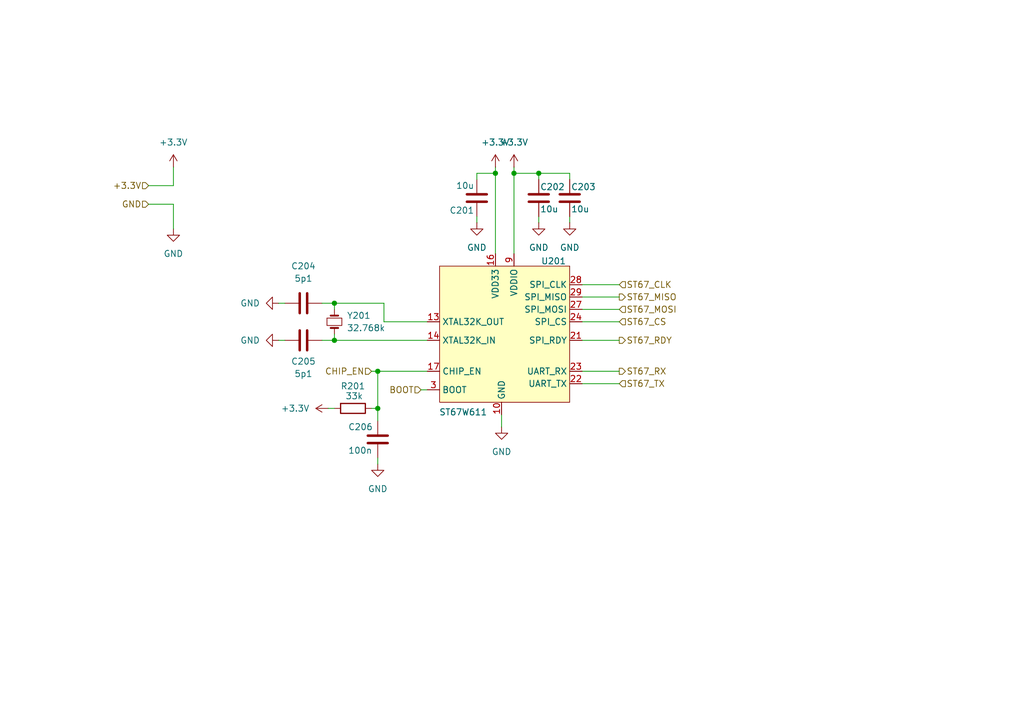
<source format=kicad_sch>
(kicad_sch (version 20250114) (generator "eeschema") (generator_version "9.0")
  (paper "A5")
  (lib_symbols
    (symbol "Device:C" (pin_numbers (hide yes)) (pin_names (offset 0.254))
      (property "Reference" "C" (at 0.635 2.54 0))
      (property "Value" "C" (at 0.635 -2.54 0))
      (symbol "C_0_1"
        (polyline (pts (xy -2.032 0.762) (xy 2.032 0.762)) (stroke (width 0.508)))
        (polyline (pts (xy -2.032 -0.762) (xy 2.032 -0.762)) (stroke (width 0.508)))
      )
      (symbol "C_1_1"
        (pin passive line (at 0 3.81 270) (length 2.794) (name "~") (number "1"))
        (pin passive line (at 0 -3.81 90) (length 2.794) (name "~") (number "2"))
      )
    )
    (symbol "Device:Crystal_Small" (pin_numbers (hide yes)) (pin_names (offset 1.016) (hide yes))
      (property "Reference" "Y" (at 0 2.54 0))
      (property "Value" "Crystal_Small" (at 0 -2.54 0))
      (symbol "Crystal_Small_0_1"
        (polyline (pts (xy -1.27 -0.762) (xy -1.27 0.762)) (stroke (width 0.381)))
        (rectangle (start -0.762 -1.524) (end 0.762 1.524))
        (polyline (pts (xy 1.27 -0.762) (xy 1.27 0.762)) (stroke (width 0.381)))
      )
      (symbol "Crystal_Small_1_1"
        (pin passive line (at -2.54 0 0) (length 1.27) (name "1") (number "1"))
        (pin passive line (at 2.54 0 180) (length 1.27) (name "2") (number "2"))
      )
    )
    (symbol "Device:R" (pin_numbers (hide yes)) (pin_names (offset 0))
      (property "Reference" "R" (at 2.032 0 90))
      (property "Value" "R" (at 0 0 90))
      (symbol "R_0_1"
        (rectangle (start -1.016 -2.54) (end 1.016 2.54) (stroke (width 0.254)))
      )
      (symbol "R_1_1"
        (pin passive line (at 0 3.81 270) (length 1.27) (name "~") (number "1"))
        (pin passive line (at 0 -3.81 90) (length 1.27) (name "~") (number "2"))
      )
    )
    (symbol "myLib:ST67W611M1A6B"
      (property "Reference" "U" (at 8.128 15.24 0))
      (property "Value" "ST67W611" (at -9.144 -15.748 0))
      (symbol "ST67W611M1A6B_1_1"
        (rectangle (start -13.97 13.97) (end 12.7 -13.97) (fill (type background)))
        (pin no_connect line (at -16.51 10.16 0) (length 2.54) (hide yes) (name "NC") (number "11"))
        (pin no_connect line (at -16.51 8.89 0) (length 2.54) (hide yes) (name "NC") (number "12"))
        (pin no_connect line (at -16.51 7.62 0) (length 2.54) (hide yes) (name "NC") (number "19"))
        (pin no_connect line (at -16.51 6.35 0) (length 2.54) (hide yes) (name "NC") (number "20"))
        (pin no_connect line (at -16.51 5.08 0) (length 2.54) (hide yes) (name "NC") (number "31"))
        (pin input line (at -16.51 2.54 0) (length 2.54) (name "XTAL32K_OUT") (number "13"))
        (pin input line (at -16.51 -1.27 0) (length 2.54) (name "XTAL32K_IN") (number "14"))
        (pin input line (at -16.51 -7.62 0) (length 2.54) (name "CHIP_EN") (number "17"))
        (pin input line (at -16.51 -11.43 0) (length 2.54) (name "BOOT") (number "3"))
        (pin no_connect line (at -12.7 16.51 270) (length 2.54) (hide yes) (name "NC") (number "1"))
        (pin no_connect line (at -11.43 16.51 270) (length 2.54) (hide yes) (name "NC") (number "2"))
        (pin no_connect line (at -10.16 16.51 270) (length 2.54) (hide yes) (name "NC") (number "4"))
        (pin no_connect line (at -8.89 16.51 270) (length 2.54) (hide yes) (name "NC") (number "5"))
        (pin no_connect line (at -7.62 16.51 270) (length 2.54) (hide yes) (name "NC") (number "6"))
        (pin no_connect line (at -6.35 16.51 270) (length 2.54) (hide yes) (name "NC") (number "7"))
        (pin no_connect line (at -5.08 16.51 270) (length 2.54) (hide yes) (name "NC") (number "8"))
        (pin power_in line (at -2.54 16.51 270) (length 2.54) (name "VDD33") (number "16"))
        (pin power_in line (at -1.27 -16.51 90) (length 2.54) (name "GND") (number "10"))
        (pin passive line (at -1.27 -16.51 90) (length 2.54) (hide yes) (name "GND") (number "15"))
        (pin passive line (at -1.27 -16.51 90) (length 2.54) (hide yes) (name "GND") (number "18"))
        (pin passive line (at -1.27 -16.51 90) (length 2.54) (hide yes) (name "GND") (number "26"))
        (pin passive line (at -1.27 -16.51 90) (length 2.54) (hide yes) (name "GND") (number "30"))
        (pin passive line (at -1.27 -16.51 90) (length 2.54) (hide yes) (name "GND") (number "32"))
        (pin passive line (at 1.27 16.51 270) (length 2.54) (hide yes) (name "VDDIO") (number "25"))
        (pin power_in line (at 1.27 16.51 270) (length 2.54) (name "VDDIO") (number "9"))
        (pin input line (at 15.24 10.16 180) (length 2.54) (name "SPI_CLK") (number "28"))
        (pin output line (at 15.24 7.62 180) (length 2.54) (name "SPI_MISO") (number "29"))
        (pin input line (at 15.24 5.08 180) (length 2.54) (name "SPI_MOSI") (number "27"))
        (pin input line (at 15.24 2.54 180) (length 2.54) (name "SPI_CS") (number "24"))
        (pin input line (at 15.24 -1.27 180) (length 2.54) (name "SPI_RDY") (number "21"))
        (pin input line (at 15.24 -7.62 180) (length 2.54) (name "UART_RX") (number "23"))
        (pin output line (at 15.24 -10.16 180) (length 2.54) (name "UART_TX") (number "22"))
      )
    )
    (symbol "power:+3.3V" (power) (pin_numbers (hide yes)) (pin_names (offset 0) (hide yes))
      (property "Value" "+3.3V" (at 0 3.556 0))
      (symbol "+3.3V_0_1"
        (polyline (pts (xy -0.762 1.27) (xy 0 2.54)))
        (polyline (pts (xy 0 2.54) (xy 0.762 1.27)))
        (polyline (pts (xy 0 0) (xy 0 2.54)))
      )
      (symbol "+3.3V_1_1"
        (pin power_in line (at 0 0 90) (length 0) (name "~") (number "1"))
      )
    )
    (symbol "power:GND" (power) (pin_numbers (hide yes)) (pin_names (offset 0) (hide yes))
      (property "Value" "GND" (at 0 -3.81 0))
      (symbol "GND_0_1"
        (polyline (pts (xy 0 0) (xy 0 -1.27) (xy 1.27 -1.27) (xy 0 -2.54) (xy -1.27 -1.27) (xy 0 -1.27)))
      )
      (symbol "GND_1_1"
        (pin power_in line (at 0 0 270) (length 0) (name "~") (number "1"))
      )
    )
  )
  (junction (at 68.58 62.23))
  (junction (at 68.58 69.85))
  (junction (at 77.47 76.2))
  (junction (at 77.47 83.82))
  (junction (at 110.49 35.56))
  (junction (at 105.41 35.56))
  (junction (at 101.6 35.56))
  (wire (pts (xy 35.56 46.99) (xy 35.56 41.91)))
  (wire (pts (xy 77.47 93.98) (xy 77.47 95.25)))
  (wire (pts (xy 87.63 66.04) (xy 78.74 66.04)))
  (wire (pts (xy 119.38 69.85) (xy 127 69.85)))
  (wire (pts (xy 77.47 76.2) (xy 77.47 83.82)))
  (wire (pts (xy 97.79 44.45) (xy 97.79 45.72)))
  (wire (pts (xy 116.84 36.83) (xy 116.84 35.56)))
  (wire (pts (xy 57.15 62.23) (xy 58.42 62.23)))
  (wire (pts (xy 119.38 58.42) (xy 127 58.42)))
  (wire (pts (xy 119.38 63.5) (xy 127 63.5)))
  (wire (pts (xy 101.6 34.29) (xy 101.6 35.56)))
  (wire (pts (xy 119.38 66.04) (xy 127 66.04)))
  (wire (pts (xy 68.58 68.58) (xy 68.58 69.85)))
  (wire (pts (xy 35.56 41.91) (xy 30.48 41.91)))
  (wire (pts (xy 66.04 62.23) (xy 68.58 62.23)))
  (wire (pts (xy 77.47 86.36) (xy 77.47 83.82)))
  (wire (pts (xy 116.84 35.56) (xy 110.49 35.56)))
  (wire (pts (xy 105.41 35.56) (xy 105.41 52.07)))
  (wire (pts (xy 35.56 34.29) (xy 35.56 38.1)))
  (wire (pts (xy 110.49 44.45) (xy 110.49 45.72)))
  (wire (pts (xy 116.84 44.45) (xy 116.84 45.72)))
  (wire (pts (xy 105.41 34.29) (xy 105.41 35.56)))
  (wire (pts (xy 78.74 66.04) (xy 78.74 62.23)))
  (wire (pts (xy 97.79 36.83) (xy 97.79 35.56)))
  (wire (pts (xy 35.56 38.1) (xy 30.48 38.1)))
  (wire (pts (xy 110.49 35.56) (xy 105.41 35.56)))
  (wire (pts (xy 77.47 83.82) (xy 76.2 83.82)))
  (wire (pts (xy 119.38 60.96) (xy 127 60.96)))
  (wire (pts (xy 77.47 76.2) (xy 87.63 76.2)))
  (wire (pts (xy 119.38 78.74) (xy 127 78.74)))
  (wire (pts (xy 76.2 76.2) (xy 77.47 76.2)))
  (wire (pts (xy 97.79 35.56) (xy 101.6 35.56)))
  (wire (pts (xy 110.49 36.83) (xy 110.49 35.56)))
  (wire (pts (xy 119.38 76.2) (xy 127 76.2)))
  (wire (pts (xy 101.6 35.56) (xy 101.6 52.07)))
  (wire (pts (xy 57.15 69.85) (xy 58.42 69.85)))
  (wire (pts (xy 86.36 80.01) (xy 87.63 80.01)))
  (wire (pts (xy 102.87 85.09) (xy 102.87 87.63)))
  (wire (pts (xy 68.58 62.23) (xy 68.58 63.5)))
  (wire (pts (xy 66.04 69.85) (xy 68.58 69.85)))
  (wire (pts (xy 68.58 69.85) (xy 87.63 69.85)))
  (wire (pts (xy 78.74 62.23) (xy 68.58 62.23)))
  (wire (pts (xy 67.31 83.82) (xy 68.58 83.82)))
  (hierarchical_label "ST67_TX" (shape input) (at 127 78.74 0))
  (hierarchical_label "ST67_RX" (shape output) (at 127 76.2 0))
  (hierarchical_label "+3.3V" (shape input) (at 30.48 38.1 180))
  (hierarchical_label "ST67_MISO" (shape output) (at 127 60.96 0))
  (hierarchical_label "BOOT" (shape input) (at 86.36 80.01 180))
  (hierarchical_label "ST67_CS" (shape input) (at 127 66.04 0))
  (hierarchical_label "ST67_RDY" (shape output) (at 127 69.85 0))
  (hierarchical_label "ST67_MOSI" (shape input) (at 127 63.5 0))
  (hierarchical_label "CHIP_EN" (shape input) (at 76.2 76.2 180))
  (hierarchical_label "GND" (shape input) (at 30.48 41.91 180))
  (hierarchical_label "ST67_CLK" (shape input) (at 127 58.42 0))
  (symbol (lib_id "power:+3.3V") (at 101.6 34.29 0) (unit 1)
    (property "Reference" "#PWR0202" (effects (hide yes)))
    (property "Value" "+3.3V" (at 101.6 29.21 0))
    (property "Description" "Power symbol creates a global label with name \"+3.3V\"" (effects (hide yes)))
  )
  (symbol (lib_id "power:GND") (at 57.15 69.85 270) (unit 1)
    (property "Reference" "#PWR0209" (effects (hide yes)))
    (property "Value" "GND" (at 53.34 69.8499 90) (effects (justify right)))
    (property "Description" "Power symbol creates a global label with name \"GND\" , ground" (effects (hide yes)))
  )
  (symbol (lib_id "Device:C") (at 116.84 40.64 0) (unit 1)
    (property "Reference" "C203" (at 117.094 38.354 0) (effects (justify left)))
    (property "Value" "10u" (at 117.094 42.926 0) (effects (justify left)))
    (property "Footprint" "Capacitor_SMD:C_0805_2012Metric" (effects (hide yes)))
    (property "Description" "Unpolarized capacitor" (effects (hide yes)))
  )
  (symbol (lib_id "power:GND") (at 97.79 45.72 0) (unit 1)
    (property "Reference" "#PWR0204" (effects (hide yes)))
    (property "Value" "GND" (at 97.79 50.8 0))
    (property "Description" "Power symbol creates a global label with name \"GND\" , ground" (effects (hide yes)))
  )
  (symbol (lib_id "myLib:ST67W611M1A6B") (at 104.14 68.58 0) (unit 1)
    (property "Reference" "U201" (at 113.538 53.594 0))
    (property "Value" "ST67W611" (at 94.996 84.582 0))
    (property "Footprint" "JPComms:ST67W611M1" (effects (hide yes)))
  )
  (symbol (lib_id "power:+3.3V") (at 35.56 34.29 0) (unit 1)
    (property "Reference" "#PWR0201" (effects (hide yes)))
    (property "Value" "+3.3V" (at 35.56 29.21 0))
    (property "Description" "Power symbol creates a global label with name \"+3.3V\"" (effects (hide yes)))
  )
  (symbol (lib_id "power:GND") (at 57.15 62.23 270) (unit 1)
    (property "Reference" "#PWR0208" (effects (hide yes)))
    (property "Value" "GND" (at 53.34 62.2299 90) (effects (justify right)))
    (property "Description" "Power symbol creates a global label with name \"GND\" , ground" (effects (hide yes)))
  )
  (symbol (lib_id "Device:C") (at 62.23 69.85 90) (unit 1)
    (property "Reference" "C205" (at 62.23 74.168 90))
    (property "Value" "5p1" (at 62.23 76.708 90))
    (property "Footprint" "Capacitor_SMD:C_0805_2012Metric" (effects (hide yes)))
    (property "Description" "Unpolarized capacitor" (effects (hide yes)))
  )
  (symbol (lib_id "power:GND") (at 35.56 46.99 0) (unit 1)
    (property "Reference" "#PWR0207" (effects (hide yes)))
    (property "Value" "GND" (at 35.56 52.07 0))
    (property "Description" "Power symbol creates a global label with name \"GND\" , ground" (effects (hide yes)))
  )
  (symbol (lib_id "power:+3.3V") (at 67.31 83.82 90) (unit 1)
    (property "Reference" "#PWR0210" (effects (hide yes)))
    (property "Value" "+3.3V" (at 63.5 83.8199 90) (effects (justify left)))
    (property "Description" "Power symbol creates a global label with name \"+3.3V\"" (effects (hide yes)))
  )
  (symbol (lib_id "power:GND") (at 102.87 87.63 0) (unit 1)
    (property "Reference" "#PWR0211" (effects (hide yes)))
    (property "Value" "GND" (at 102.87 92.71 0))
    (property "Description" "Power symbol creates a global label with name \"GND\" , ground" (effects (hide yes)))
  )
  (symbol (lib_id "Device:C") (at 77.47 90.17 180) (unit 1)
    (property "Reference" "C206" (at 71.374 87.63 0) (effects (justify right)))
    (property "Value" "100n" (at 71.374 92.456 0) (effects (justify right)))
    (property "Footprint" "Capacitor_SMD:C_0201_0603Metric" (effects (hide yes)))
    (property "Description" "Unpolarized capacitor" (effects (hide yes)))
  )
  (symbol (lib_id "Device:C") (at 62.23 62.23 90) (unit 1)
    (property "Reference" "C204" (at 62.23 54.61 90))
    (property "Value" "5p1" (at 62.23 57.15 90))
    (property "Footprint" "Capacitor_SMD:C_0805_2012Metric" (effects (hide yes)))
    (property "Description" "Unpolarized capacitor" (effects (hide yes)))
  )
  (symbol (lib_id "Device:C") (at 97.79 40.64 180) (unit 1)
    (property "Reference" "C201" (at 97.282 43.18 0) (effects (justify left)))
    (property "Value" "10u" (at 97.282 38.1 0) (effects (justify left)))
    (property "Footprint" "Capacitor_SMD:C_0805_2012Metric" (effects (hide yes)))
    (property "Description" "Unpolarized capacitor" (effects (hide yes)))
  )
  (symbol (lib_id "Device:R") (at 72.39 83.82 90) (mirror x) (unit 1)
    (property "Reference" "R201" (at 72.39 79.248 90))
    (property "Value" "33k" (at 72.644 81.28 90))
    (property "Footprint" "Resistor_SMD:R_0805_2012Metric" (effects (hide yes)))
    (property "Description" "Resistor" (effects (hide yes)))
  )
  (symbol (lib_id "power:GND") (at 77.47 95.25 0) (unit 1)
    (property "Reference" "#PWR0212" (effects (hide yes)))
    (property "Value" "GND" (at 77.47 100.33 0))
    (property "Description" "Power symbol creates a global label with name \"GND\" , ground" (effects (hide yes)))
  )
  (symbol (lib_id "power:GND") (at 110.49 45.72 0) (unit 1)
    (property "Reference" "#PWR0205" (effects (hide yes)))
    (property "Value" "GND" (at 110.49 50.8 0))
    (property "Description" "Power symbol creates a global label with name \"GND\" , ground" (effects (hide yes)))
  )
  (symbol (lib_id "Device:C") (at 110.49 40.64 0) (unit 1)
    (property "Reference" "C202" (at 110.744 38.354 0) (effects (justify left)))
    (property "Value" "10u" (at 110.744 42.926 0) (effects (justify left)))
    (property "Footprint" "Capacitor_SMD:C_0805_2012Metric" (effects (hide yes)))
    (property "Description" "Unpolarized capacitor" (effects (hide yes)))
  )
  (symbol (lib_id "power:+3.3V") (at 105.41 34.29 0) (unit 1)
    (property "Reference" "#PWR0203" (effects (hide yes)))
    (property "Value" "+3.3V" (at 105.41 29.21 0))
    (property "Description" "Power symbol creates a global label with name \"+3.3V\"" (effects (hide yes)))
  )
  (symbol (lib_id "Device:Crystal_Small") (at 68.58 66.04 270) (unit 1)
    (property "Reference" "Y201" (at 71.12 64.7699 90) (effects (justify left)))
    (property "Value" "32.768k" (at 71.12 67.3099 90) (effects (justify left)))
    (property "Footprint" "Crystal:Crystal_SMD_7050-2Pin_7.0x5.0mm" (effects (hide yes)))
    (property "Description" "Two pin crystal, small symbol" (effects (hide yes)))
  )
  (symbol (lib_id "power:GND") (at 116.84 45.72 0) (unit 1)
    (property "Reference" "#PWR0206" (effects (hide yes)))
    (property "Value" "GND" (at 116.84 50.8 0))
    (property "Description" "Power symbol creates a global label with name \"GND\" , ground" (effects (hide yes)))
  )
)
</source>
